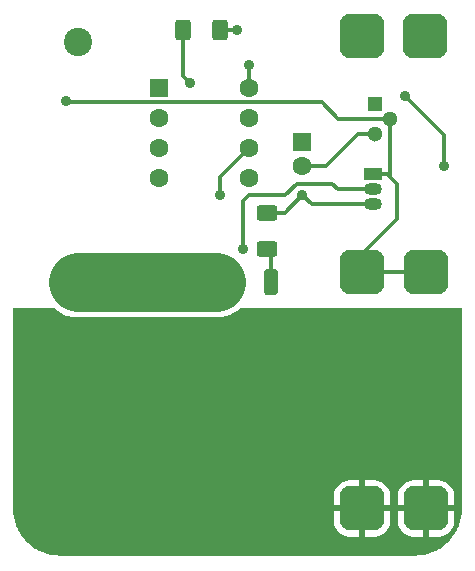
<source format=gtl>
%TF.GenerationSoftware,KiCad,Pcbnew,9.0.3*%
%TF.CreationDate,2025-07-24T09:06:34+02:00*%
%TF.ProjectId,turn-signal-flasher-6V,7475726e-2d73-4696-976e-616c2d666c61,rev?*%
%TF.SameCoordinates,Original*%
%TF.FileFunction,Copper,L1,Top*%
%TF.FilePolarity,Positive*%
%FSLAX46Y46*%
G04 Gerber Fmt 4.6, Leading zero omitted, Abs format (unit mm)*
G04 Created by KiCad (PCBNEW 9.0.3) date 2025-07-24 09:06:34*
%MOMM*%
%LPD*%
G01*
G04 APERTURE LIST*
G04 Aperture macros list*
%AMRoundRect*
0 Rectangle with rounded corners*
0 $1 Rounding radius*
0 $2 $3 $4 $5 $6 $7 $8 $9 X,Y pos of 4 corners*
0 Add a 4 corners polygon primitive as box body*
4,1,4,$2,$3,$4,$5,$6,$7,$8,$9,$2,$3,0*
0 Add four circle primitives for the rounded corners*
1,1,$1+$1,$2,$3*
1,1,$1+$1,$4,$5*
1,1,$1+$1,$6,$7*
1,1,$1+$1,$8,$9*
0 Add four rect primitives between the rounded corners*
20,1,$1+$1,$2,$3,$4,$5,0*
20,1,$1+$1,$4,$5,$6,$7,0*
20,1,$1+$1,$6,$7,$8,$9,0*
20,1,$1+$1,$8,$9,$2,$3,0*%
G04 Aperture macros list end*
%TA.AperFunction,ComponentPad*%
%ADD10R,1.300000X1.300000*%
%TD*%
%TA.AperFunction,ComponentPad*%
%ADD11C,1.300000*%
%TD*%
%TA.AperFunction,ComponentPad*%
%ADD12RoundRect,0.950000X-0.950000X-0.950000X0.950000X-0.950000X0.950000X0.950000X-0.950000X0.950000X0*%
%TD*%
%TA.AperFunction,SMDPad,CuDef*%
%ADD13RoundRect,0.250000X-0.350000X0.850000X-0.350000X-0.850000X0.350000X-0.850000X0.350000X0.850000X0*%
%TD*%
%TA.AperFunction,SMDPad,CuDef*%
%ADD14RoundRect,0.249997X-2.650003X2.950003X-2.650003X-2.950003X2.650003X-2.950003X2.650003X2.950003X0*%
%TD*%
%TA.AperFunction,ComponentPad*%
%ADD15RoundRect,0.250000X-0.550000X0.550000X-0.550000X-0.550000X0.550000X-0.550000X0.550000X0.550000X0*%
%TD*%
%TA.AperFunction,ComponentPad*%
%ADD16C,1.600000*%
%TD*%
%TA.AperFunction,ComponentPad*%
%ADD17RoundRect,0.250000X-0.550000X-0.550000X0.550000X-0.550000X0.550000X0.550000X-0.550000X0.550000X0*%
%TD*%
%TA.AperFunction,SMDPad,CuDef*%
%ADD18RoundRect,0.250000X-0.625000X0.400000X-0.625000X-0.400000X0.625000X-0.400000X0.625000X0.400000X0*%
%TD*%
%TA.AperFunction,ComponentPad*%
%ADD19C,2.400000*%
%TD*%
%TA.AperFunction,SMDPad,CuDef*%
%ADD20RoundRect,0.250000X-0.400000X-0.625000X0.400000X-0.625000X0.400000X0.625000X-0.400000X0.625000X0*%
%TD*%
%TA.AperFunction,ComponentPad*%
%ADD21R,1.500000X1.050000*%
%TD*%
%TA.AperFunction,ComponentPad*%
%ADD22O,1.500000X1.050000*%
%TD*%
%TA.AperFunction,ViaPad*%
%ADD23C,0.900000*%
%TD*%
%TA.AperFunction,Conductor*%
%ADD24C,0.300000*%
%TD*%
%TA.AperFunction,Conductor*%
%ADD25C,5.000000*%
%TD*%
G04 APERTURE END LIST*
D10*
%TO.P,U2,1,ADJ*%
%TO.N,Net-(U2-ADJ)*%
X131640000Y-110730000D03*
D11*
%TO.P,U2,2,VI*%
%TO.N,GND*%
X132910000Y-112000000D03*
%TO.P,U2,3,VO*%
%TO.N,VEE*%
X131640000Y-113270000D03*
%TD*%
D12*
%TO.P,J3,1,Pin_1*%
%TO.N,Net-(J3-Pin_1)*%
X130550000Y-145000000D03*
X135950000Y-145000000D03*
%TD*%
D13*
%TO.P,Q2,1,G*%
%TO.N,Net-(Q2-G)*%
X122805000Y-125875000D03*
D14*
%TO.P,Q2,2,D*%
%TO.N,Net-(J3-Pin_1)*%
X120525000Y-132175000D03*
D13*
%TO.P,Q2,3,S*%
%TO.N,Net-(Q2-S)*%
X118245000Y-125875000D03*
%TD*%
D12*
%TO.P,J1,1,Pin_1*%
%TO.N,VCC*%
X130500000Y-105000000D03*
X135900000Y-105000000D03*
%TD*%
D15*
%TO.P,C2,1*%
%TO.N,VCC*%
X125500000Y-114000000D03*
D16*
%TO.P,C2,2*%
%TO.N,VEE*%
X125500000Y-116000000D03*
%TD*%
D17*
%TO.P,U1,1,~{RESET}/PB5*%
%TO.N,unconnected-(U1-~{RESET}{slash}PB5-Pad1)*%
X113380000Y-109380000D03*
D16*
%TO.P,U1,2,XTAL1/PB3*%
%TO.N,Net-(U1-XTAL1{slash}PB3)*%
X113380000Y-111920000D03*
%TO.P,U1,3,XTAL2/PB4*%
%TO.N,Net-(U1-XTAL2{slash}PB4)*%
X113380000Y-114460000D03*
%TO.P,U1,4,GND*%
%TO.N,VEE*%
X113380000Y-117000000D03*
%TO.P,U1,5,AREF/PB0*%
%TO.N,unconnected-(U1-AREF{slash}PB0-Pad5)*%
X121000000Y-117000000D03*
%TO.P,U1,6,PB1*%
%TO.N,Net-(U1-PB1)*%
X121000000Y-114460000D03*
%TO.P,U1,7,PB2*%
%TO.N,unconnected-(U1-PB2-Pad7)*%
X121000000Y-111920000D03*
%TO.P,U1,8,VCC*%
%TO.N,VCC*%
X121000000Y-109380000D03*
%TD*%
D12*
%TO.P,J2,1,Pin_1*%
%TO.N,GND*%
X130550000Y-125000000D03*
X135950000Y-125000000D03*
%TD*%
D18*
%TO.P,R7,1*%
%TO.N,Net-(Q1-E)*%
X122500000Y-119950000D03*
%TO.P,R7,2*%
%TO.N,Net-(Q2-G)*%
X122500000Y-123050000D03*
%TD*%
D19*
%TO.P,R11,1*%
%TO.N,Net-(Q2-S)*%
X106500000Y-125820000D03*
%TO.P,R11,2*%
%TO.N,VCC*%
X106500000Y-105500000D03*
%TD*%
D20*
%TO.P,R8,1*%
%TO.N,Net-(U1-XTAL2{slash}PB4)*%
X115400000Y-104500000D03*
%TO.P,R8,2*%
%TO.N,VCC*%
X118500000Y-104500000D03*
%TD*%
D21*
%TO.P,Q1,1,C*%
%TO.N,GND*%
X131500000Y-116730000D03*
D22*
%TO.P,Q1,2,B*%
%TO.N,Net-(Q1-B)*%
X131500000Y-118000000D03*
%TO.P,Q1,3,E*%
%TO.N,Net-(Q1-E)*%
X131500000Y-119270000D03*
%TD*%
D23*
%TO.N,VCC*%
X121000000Y-107500000D03*
X120000000Y-104500000D03*
%TO.N,GND*%
X105500000Y-110500000D03*
%TO.N,Net-(J3-Pin_1)*%
X114500000Y-140500000D03*
X128500000Y-129500000D03*
X124500000Y-137500000D03*
X114500000Y-137500000D03*
X127500000Y-129500000D03*
X125500000Y-136500000D03*
X124500000Y-132500000D03*
X128500000Y-134500000D03*
X116500000Y-136500000D03*
X126500000Y-132500000D03*
X121500000Y-136500000D03*
X127500000Y-134500000D03*
X112500000Y-135500000D03*
X122500000Y-136500000D03*
X115500000Y-133500000D03*
X127500000Y-135500000D03*
X117500000Y-136500000D03*
X125500000Y-131500000D03*
X128500000Y-132500000D03*
X128500000Y-138500000D03*
X124500000Y-130500000D03*
X127500000Y-138500000D03*
X114500000Y-134500000D03*
X128500000Y-131500000D03*
X124500000Y-140500000D03*
X114500000Y-133500000D03*
X125500000Y-134500000D03*
X112500000Y-129500000D03*
X126500000Y-139500000D03*
X112500000Y-140500000D03*
X114500000Y-139500000D03*
X119500000Y-137500000D03*
X118500000Y-140500000D03*
X113500000Y-140500000D03*
X126500000Y-140500000D03*
X116500000Y-133500000D03*
X119500000Y-138500000D03*
X128500000Y-133500000D03*
X124500000Y-133500000D03*
X113500000Y-131500000D03*
X125500000Y-137500000D03*
X116500000Y-135500000D03*
X113500000Y-134500000D03*
X119500000Y-140500000D03*
X127500000Y-130500000D03*
X115500000Y-129500000D03*
X122500000Y-138500000D03*
X112500000Y-136500000D03*
X113500000Y-132500000D03*
X113500000Y-133500000D03*
X114500000Y-131500000D03*
X115500000Y-140500000D03*
X128500000Y-130500000D03*
X126500000Y-138500000D03*
X123500000Y-136500000D03*
X114500000Y-132500000D03*
X116500000Y-140500000D03*
X126500000Y-133500000D03*
X125500000Y-140500000D03*
X119500000Y-136500000D03*
X120500000Y-140500000D03*
X126500000Y-134500000D03*
X115500000Y-139500000D03*
X128500000Y-135500000D03*
X112500000Y-134500000D03*
X126500000Y-130500000D03*
X113500000Y-137500000D03*
X128500000Y-139500000D03*
X120500000Y-138500000D03*
X122500000Y-137500000D03*
X120500000Y-128500000D03*
X116500000Y-138500000D03*
X127500000Y-136500000D03*
X123500000Y-140500000D03*
X115500000Y-131500000D03*
X113500000Y-138500000D03*
X117500000Y-139500000D03*
X125500000Y-130500000D03*
X118500000Y-136500000D03*
X126500000Y-135500000D03*
X115500000Y-130500000D03*
X114500000Y-129500000D03*
X126500000Y-129500000D03*
X127500000Y-131500000D03*
X121500000Y-137500000D03*
X123500000Y-137500000D03*
X113500000Y-129500000D03*
X128500000Y-137500000D03*
X116500000Y-139500000D03*
X125500000Y-132500000D03*
X124500000Y-135500000D03*
X126500000Y-136500000D03*
X123500000Y-138500000D03*
X122500000Y-139500000D03*
X123500000Y-139500000D03*
X112500000Y-130500000D03*
X112500000Y-133500000D03*
X113500000Y-139500000D03*
X112500000Y-132500000D03*
X112500000Y-138500000D03*
X116500000Y-132500000D03*
X116500000Y-129500000D03*
X125500000Y-138500000D03*
X121500000Y-139500000D03*
X127500000Y-137500000D03*
X117500000Y-138500000D03*
X115500000Y-138500000D03*
X122500000Y-140500000D03*
X118500000Y-139500000D03*
X112500000Y-139500000D03*
X126500000Y-137500000D03*
X125500000Y-133500000D03*
X120500000Y-137500000D03*
X112500000Y-131500000D03*
X124500000Y-134500000D03*
X112500000Y-137500000D03*
X115500000Y-137500000D03*
X118500000Y-137500000D03*
X117500000Y-140500000D03*
X116500000Y-130500000D03*
X124500000Y-138500000D03*
X126500000Y-131500000D03*
X117500000Y-137500000D03*
X118500000Y-138500000D03*
X113500000Y-135500000D03*
X114500000Y-138500000D03*
X115500000Y-136500000D03*
X115500000Y-135500000D03*
X114500000Y-135500000D03*
X114500000Y-136500000D03*
X116500000Y-137500000D03*
X119500000Y-139500000D03*
X121500000Y-138500000D03*
X128500000Y-140500000D03*
X113500000Y-130500000D03*
X125500000Y-139500000D03*
X125500000Y-129500000D03*
X127500000Y-140500000D03*
X120500000Y-136500000D03*
X114500000Y-130500000D03*
X116500000Y-134500000D03*
X124500000Y-139500000D03*
X116500000Y-131500000D03*
X120500000Y-139500000D03*
X121500000Y-140500000D03*
X125500000Y-135500000D03*
X113500000Y-136500000D03*
X128500000Y-136500000D03*
X127500000Y-132500000D03*
X124500000Y-131500000D03*
X115500000Y-132500000D03*
X124500000Y-129500000D03*
X127500000Y-139500000D03*
X115500000Y-134500000D03*
X127500000Y-133500000D03*
X124500000Y-136500000D03*
%TO.N,Net-(Q1-B)*%
X120500000Y-123000000D03*
%TO.N,Net-(Q1-E)*%
X125500000Y-118500000D03*
%TO.N,Net-(U2-ADJ)*%
X137500000Y-116000000D03*
X134200000Y-110100000D03*
%TO.N,Net-(U1-PB1)*%
X118500000Y-118500000D03*
%TO.N,Net-(U1-XTAL2{slash}PB4)*%
X116000000Y-109000000D03*
%TD*%
D24*
%TO.N,VEE*%
X125500000Y-116000000D02*
X127500000Y-116000000D01*
X131640000Y-113270000D02*
X130230000Y-113270000D01*
X130230000Y-113270000D02*
X127500000Y-116000000D01*
%TO.N,VCC*%
X121000000Y-109380000D02*
X121000000Y-107500000D01*
X118500000Y-104500000D02*
X120000000Y-104500000D01*
%TO.N,GND*%
X132910000Y-112000000D02*
X132910000Y-116910000D01*
X131500000Y-116730000D02*
X132730000Y-116730000D01*
X132910000Y-112000000D02*
X128500000Y-112000000D01*
X130550000Y-123450000D02*
X133500000Y-120500000D01*
X105631000Y-110631000D02*
X127131000Y-110631000D01*
X132910000Y-116910000D02*
X133000000Y-117000000D01*
X130550000Y-125000000D02*
X135950000Y-125000000D01*
X127131000Y-110631000D02*
X128500000Y-112000000D01*
X133000000Y-117000000D02*
X133500000Y-117500000D01*
X132730000Y-116730000D02*
X133000000Y-117000000D01*
X133500000Y-117500000D02*
X133500000Y-120500000D01*
X105500000Y-110500000D02*
X105631000Y-110631000D01*
X130550000Y-125000000D02*
X130550000Y-123450000D01*
%TO.N,Net-(J3-Pin_1)*%
X120525000Y-128525000D02*
X120525000Y-132175000D01*
X120500000Y-128500000D02*
X120525000Y-128525000D01*
X119200000Y-133500000D02*
X120525000Y-132175000D01*
X121850000Y-133500000D02*
X120525000Y-132175000D01*
%TO.N,Net-(Q1-B)*%
X128000000Y-117500000D02*
X128500000Y-118000000D01*
X121000000Y-118500000D02*
X124000000Y-118500000D01*
X120500000Y-123000000D02*
X120500000Y-119000000D01*
X124000000Y-118500000D02*
X125000000Y-117500000D01*
X125000000Y-117500000D02*
X128000000Y-117500000D01*
X128500000Y-118000000D02*
X131500000Y-118000000D01*
X120500000Y-119000000D02*
X121000000Y-118500000D01*
%TO.N,Net-(Q1-E)*%
X124050000Y-119950000D02*
X125500000Y-118500000D01*
X126270000Y-119270000D02*
X125500000Y-118500000D01*
X122500000Y-119950000D02*
X124050000Y-119950000D01*
X131500000Y-119270000D02*
X126270000Y-119270000D01*
%TO.N,Net-(Q2-G)*%
X122805000Y-123355000D02*
X122500000Y-123050000D01*
X122805000Y-125875000D02*
X122805000Y-123355000D01*
%TO.N,Net-(U2-ADJ)*%
X134200000Y-110100000D02*
X137500000Y-113400000D01*
X137500000Y-113400000D02*
X137500000Y-116000000D01*
%TO.N,Net-(U1-PB1)*%
X118500000Y-116960000D02*
X118500000Y-118500000D01*
X121000000Y-114460000D02*
X118500000Y-116960000D01*
D25*
%TO.N,Net-(Q2-S)*%
X106500000Y-125820000D02*
X118190000Y-125820000D01*
D24*
%TO.N,Net-(U1-XTAL2{slash}PB4)*%
X115400000Y-104500000D02*
X115400000Y-108400000D01*
X115400000Y-108400000D02*
X116000000Y-109000000D01*
%TD*%
%TA.AperFunction,Conductor*%
%TO.N,Net-(J3-Pin_1)*%
G36*
X104452329Y-128019685D02*
G01*
X104472971Y-128036319D01*
X104497477Y-128060825D01*
X104760961Y-128270946D01*
X105046314Y-128450246D01*
X105349949Y-128596469D01*
X105588848Y-128680063D01*
X105668034Y-128707772D01*
X105668046Y-128707776D01*
X105996606Y-128782767D01*
X106331492Y-128820499D01*
X106331493Y-128820500D01*
X106331496Y-128820500D01*
X118358507Y-128820500D01*
X118358507Y-128820499D01*
X118693394Y-128782767D01*
X119021954Y-128707776D01*
X119340051Y-128596469D01*
X119643686Y-128450246D01*
X119929039Y-128270946D01*
X120192523Y-128060825D01*
X120217029Y-128036319D01*
X120278352Y-128002834D01*
X120304710Y-128000000D01*
X138875500Y-128000000D01*
X138942539Y-128019685D01*
X138988294Y-128072489D01*
X138999500Y-128124000D01*
X138999500Y-144997128D01*
X138999368Y-145002855D01*
X138982703Y-145363303D01*
X138981646Y-145374707D01*
X138932192Y-145729231D01*
X138930087Y-145740490D01*
X138848135Y-146088931D01*
X138845001Y-146099947D01*
X138731243Y-146439355D01*
X138727105Y-146450035D01*
X138582523Y-146777482D01*
X138577418Y-146787735D01*
X138403234Y-147100452D01*
X138397205Y-147110190D01*
X138194906Y-147405512D01*
X138188003Y-147414652D01*
X137959328Y-147690035D01*
X137951612Y-147698499D01*
X137698499Y-147951612D01*
X137690035Y-147959328D01*
X137414652Y-148188003D01*
X137405512Y-148194906D01*
X137110190Y-148397205D01*
X137100452Y-148403234D01*
X136787735Y-148577418D01*
X136777482Y-148582523D01*
X136450035Y-148727105D01*
X136439355Y-148731243D01*
X136099947Y-148845001D01*
X136088931Y-148848135D01*
X135740490Y-148930087D01*
X135729231Y-148932192D01*
X135374707Y-148981646D01*
X135363303Y-148982703D01*
X135002855Y-148999368D01*
X134997128Y-148999500D01*
X105002872Y-148999500D01*
X104997145Y-148999368D01*
X104636696Y-148982703D01*
X104625292Y-148981646D01*
X104270768Y-148932192D01*
X104259509Y-148930087D01*
X103911068Y-148848135D01*
X103900052Y-148845001D01*
X103560644Y-148731243D01*
X103549964Y-148727105D01*
X103222517Y-148582523D01*
X103212264Y-148577418D01*
X102899547Y-148403234D01*
X102889809Y-148397205D01*
X102594487Y-148194906D01*
X102585347Y-148188003D01*
X102309964Y-147959328D01*
X102301500Y-147951612D01*
X102048387Y-147698499D01*
X102040671Y-147690035D01*
X101811996Y-147414652D01*
X101805093Y-147405512D01*
X101801317Y-147400000D01*
X101703451Y-147257132D01*
X101602794Y-147110190D01*
X101596765Y-147100452D01*
X101422581Y-146787735D01*
X101417476Y-146777482D01*
X101334259Y-146589013D01*
X101272889Y-146450022D01*
X101268761Y-146439368D01*
X101154994Y-146099934D01*
X101151867Y-146088944D01*
X101069910Y-145740482D01*
X101067807Y-145729231D01*
X101064542Y-145705827D01*
X101018352Y-145374700D01*
X101017296Y-145363303D01*
X101011399Y-145235760D01*
X101000632Y-145002855D01*
X101000500Y-144997128D01*
X101000500Y-143969953D01*
X128150000Y-143969953D01*
X128150000Y-144750000D01*
X129895879Y-144750000D01*
X129876901Y-144795818D01*
X129850000Y-144931056D01*
X129850000Y-145068944D01*
X129876901Y-145204182D01*
X129895879Y-145250000D01*
X128150000Y-145250000D01*
X128150000Y-146030046D01*
X128156203Y-146129967D01*
X128156204Y-146129970D01*
X128205518Y-146365156D01*
X128205521Y-146365166D01*
X128292867Y-146589013D01*
X128415880Y-146795457D01*
X128571180Y-146978817D01*
X128571182Y-146978819D01*
X128754542Y-147134119D01*
X128960986Y-147257132D01*
X129184833Y-147344478D01*
X129184843Y-147344481D01*
X129420029Y-147393795D01*
X129420032Y-147393796D01*
X129519953Y-147399999D01*
X129519973Y-147400000D01*
X130300000Y-147400000D01*
X130300000Y-145654120D01*
X130345818Y-145673099D01*
X130481056Y-145700000D01*
X130618944Y-145700000D01*
X130754182Y-145673099D01*
X130800000Y-145654120D01*
X130800000Y-147400000D01*
X131580027Y-147400000D01*
X131580046Y-147399999D01*
X131679967Y-147393796D01*
X131679970Y-147393795D01*
X131915156Y-147344481D01*
X131915166Y-147344478D01*
X132139013Y-147257132D01*
X132345457Y-147134119D01*
X132528817Y-146978819D01*
X132528819Y-146978817D01*
X132684119Y-146795457D01*
X132807132Y-146589013D01*
X132894478Y-146365166D01*
X132894481Y-146365156D01*
X132943795Y-146129970D01*
X132943796Y-146129967D01*
X132949999Y-146030046D01*
X132950000Y-146030027D01*
X132950000Y-145250000D01*
X131204121Y-145250000D01*
X131223099Y-145204182D01*
X131250000Y-145068944D01*
X131250000Y-144931056D01*
X131223099Y-144795818D01*
X131204121Y-144750000D01*
X132950000Y-144750000D01*
X132950000Y-143969972D01*
X132949999Y-143969953D01*
X133550000Y-143969953D01*
X133550000Y-144750000D01*
X135295879Y-144750000D01*
X135276901Y-144795818D01*
X135250000Y-144931056D01*
X135250000Y-145068944D01*
X135276901Y-145204182D01*
X135295879Y-145250000D01*
X133550000Y-145250000D01*
X133550000Y-146030046D01*
X133556203Y-146129967D01*
X133556204Y-146129970D01*
X133605518Y-146365156D01*
X133605521Y-146365166D01*
X133692867Y-146589013D01*
X133815880Y-146795457D01*
X133971180Y-146978817D01*
X133971182Y-146978819D01*
X134154542Y-147134119D01*
X134360986Y-147257132D01*
X134584833Y-147344478D01*
X134584843Y-147344481D01*
X134820029Y-147393795D01*
X134820032Y-147393796D01*
X134919953Y-147399999D01*
X134919973Y-147400000D01*
X135700000Y-147400000D01*
X135700000Y-145654120D01*
X135745818Y-145673099D01*
X135881056Y-145700000D01*
X136018944Y-145700000D01*
X136154182Y-145673099D01*
X136200000Y-145654120D01*
X136200000Y-147400000D01*
X136980027Y-147400000D01*
X136980046Y-147399999D01*
X137079967Y-147393796D01*
X137079970Y-147393795D01*
X137315156Y-147344481D01*
X137315166Y-147344478D01*
X137539013Y-147257132D01*
X137745457Y-147134119D01*
X137928817Y-146978819D01*
X137928819Y-146978817D01*
X138084119Y-146795457D01*
X138207132Y-146589013D01*
X138294478Y-146365166D01*
X138294481Y-146365156D01*
X138343795Y-146129970D01*
X138343796Y-146129967D01*
X138349999Y-146030046D01*
X138350000Y-146030027D01*
X138350000Y-145250000D01*
X136604121Y-145250000D01*
X136623099Y-145204182D01*
X136650000Y-145068944D01*
X136650000Y-144931056D01*
X136623099Y-144795818D01*
X136604121Y-144750000D01*
X138350000Y-144750000D01*
X138350000Y-143969972D01*
X138349999Y-143969953D01*
X138343796Y-143870032D01*
X138343795Y-143870029D01*
X138294481Y-143634843D01*
X138294478Y-143634833D01*
X138207132Y-143410986D01*
X138084119Y-143204542D01*
X137928819Y-143021182D01*
X137928817Y-143021180D01*
X137745457Y-142865880D01*
X137539013Y-142742867D01*
X137315166Y-142655521D01*
X137315156Y-142655518D01*
X137079970Y-142606204D01*
X137079967Y-142606203D01*
X136980046Y-142600000D01*
X136200000Y-142600000D01*
X136200000Y-144345879D01*
X136154182Y-144326901D01*
X136018944Y-144300000D01*
X135881056Y-144300000D01*
X135745818Y-144326901D01*
X135700000Y-144345879D01*
X135700000Y-142600000D01*
X134919953Y-142600000D01*
X134820032Y-142606203D01*
X134820029Y-142606204D01*
X134584843Y-142655518D01*
X134584833Y-142655521D01*
X134360986Y-142742867D01*
X134154542Y-142865880D01*
X133971182Y-143021180D01*
X133971180Y-143021182D01*
X133815880Y-143204542D01*
X133692867Y-143410986D01*
X133605521Y-143634833D01*
X133605518Y-143634843D01*
X133556204Y-143870029D01*
X133556203Y-143870032D01*
X133550000Y-143969953D01*
X132949999Y-143969953D01*
X132943796Y-143870032D01*
X132943795Y-143870029D01*
X132894481Y-143634843D01*
X132894478Y-143634833D01*
X132807132Y-143410986D01*
X132684119Y-143204542D01*
X132528819Y-143021182D01*
X132528817Y-143021180D01*
X132345457Y-142865880D01*
X132139013Y-142742867D01*
X131915166Y-142655521D01*
X131915156Y-142655518D01*
X131679970Y-142606204D01*
X131679967Y-142606203D01*
X131580046Y-142600000D01*
X130800000Y-142600000D01*
X130800000Y-144345879D01*
X130754182Y-144326901D01*
X130618944Y-144300000D01*
X130481056Y-144300000D01*
X130345818Y-144326901D01*
X130300000Y-144345879D01*
X130300000Y-142600000D01*
X129519953Y-142600000D01*
X129420032Y-142606203D01*
X129420029Y-142606204D01*
X129184843Y-142655518D01*
X129184833Y-142655521D01*
X128960986Y-142742867D01*
X128754542Y-142865880D01*
X128571182Y-143021180D01*
X128571180Y-143021182D01*
X128415880Y-143204542D01*
X128292867Y-143410986D01*
X128205521Y-143634833D01*
X128205518Y-143634843D01*
X128156204Y-143870029D01*
X128156203Y-143870032D01*
X128150000Y-143969953D01*
X101000500Y-143969953D01*
X101000500Y-128124000D01*
X101020185Y-128056961D01*
X101072989Y-128011206D01*
X101124500Y-128000000D01*
X104385290Y-128000000D01*
X104452329Y-128019685D01*
G37*
%TD.AperFunction*%
%TD*%
M02*

</source>
